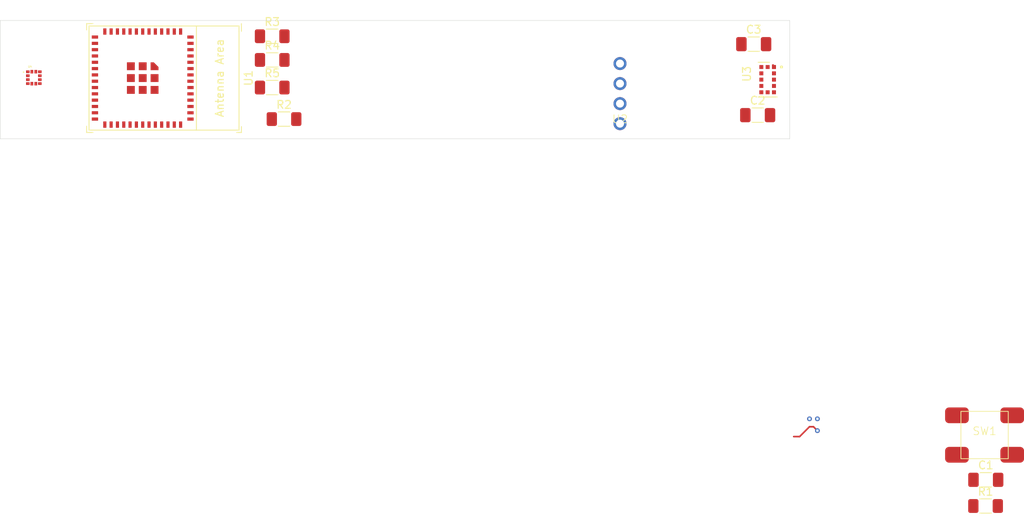
<source format=kicad_pcb>
(kicad_pcb (version 20240108) (generator "pcbnew") (generator_version "8.0")
  (layers (0 "F.Cu" signal) (1 "In1.Cu" signal) (2 "In2.Cu" signal) (31 "B.Cu" signal) (34 "B.Paste" user) (35 "F.Paste" user) (36 "B.SilkS" user "B.Silkscreen") (37 "F.SilkS" user "F.Silkscreen") (38 "B.Mask" user) (39 "F.Mask" user) (44 "Edge.Cuts" user))
  (net 0 "")
  (net 1 "/EN")
  (net 2 "/GND")
  (net 3 "/3V3")
  (net 9 "/TXD")
  (net 21 "/RXD")
  (net 36 "/3V")
  (net 37 "/VL_XSHUT")
  (net 38 "/VL_GPIO1")
  (net 39 "/VL_SDA")
  (net 40 "/VL_SCL")
  (footprint "Camera_Components:6x6x4.3 SMD button" (layer "F.Cu") (at 160.175 99.555)
    (property "Reference" "SW1" (at 0 -0.5 0) (layer "F.SilkS") (effects (font (thickness 0.1))))
    (property "Value" "SW_Push")
    (fp_rect (start -3 -3) (end 3 3) (stroke (width 0.1)) (fill none) (layer "F.SilkS"))
    (pad "1" smd roundrect (at -3.5 -2.5) (size 3 2) (layers "F.Cu" "F.Paste" "F.Mask") (net 1 "/EN"))
    (pad "1" smd roundrect (at 3.5 -2.5) (size 3 2) (layers "F.Cu" "F.Paste" "F.Mask") (net 1 "/EN"))
    (pad "2" smd roundrect (at -3.5 2.5) (size 3 2) (layers "F.Cu" "F.Paste" "F.Mask") (net 2 "/GND"))
    (pad "2" smd roundrect (at 3.5 2.5) (size 3 2) (layers "F.Cu" "F.Paste" "F.Mask") (net 2 "/GND"))
  )
  (footprint "Resistor_SMD:R_1206_3216Metric_Pad1.30x1.75mm_HandSolder" (layer "F.Cu") (at 71.45 59.5)
    (property "Reference" "R2" (at 0 -1.82 0) (layer "F.SilkS"))
    (property "Value" "R_US")
    (fp_line (start -0.727064 -0.91) (end 0.727064 -0.91) (stroke (width 0.12)) (layer "F.SilkS"))
    (fp_line (start -0.727064 0.91) (end 0.727064 0.91) (stroke (width 0.12)) (layer "F.SilkS"))
    (pad "1" smd roundrect (at -1.55 0) (size 1.3 1.75) (layers "F.Cu" "F.Paste" "F.Mask") (roundrect_rratio 0.192308) (net 36 "/3V"))
    (pad "2" smd roundrect (at 1.55 0) (size 1.3 1.75) (layers "F.Cu" "F.Paste" "F.Mask") (roundrect_rratio 0.192308) (net 37 "/VL_XSHUT"))
  )
  (footprint "Resistor_SMD:R_1206_3216Metric_Pad1.30x1.75mm_HandSolder" (layer "F.Cu") (at 160.3 108.55)
    (property "Reference" "R1" (at 0 -1.82 0) (layer "F.SilkS"))
    (property "Value" "R_US")
    (fp_line (start -0.727064 -0.91) (end 0.727064 -0.91) (stroke (width 0.12)) (layer "F.SilkS"))
    (fp_line (start -0.727064 0.91) (end 0.727064 0.91) (stroke (width 0.12)) (layer "F.SilkS"))
    (pad "1" smd roundrect (at -1.55 0) (size 1.3 1.75) (layers "F.Cu" "F.Paste" "F.Mask") (roundrect_rratio 0.192308) (net 1 "/EN"))
    (pad "2" smd roundrect (at 1.55 0) (size 1.3 1.75) (layers "F.Cu" "F.Paste" "F.Mask") (roundrect_rratio 0.192308) (net 3 "/3V3"))
  )
  (footprint "Capacitor_SMD:C_1206_3216Metric_Pad1.33x1.80mm_HandSolder" (layer "F.Cu") (at 130.9375 50)
    (property "Reference" "C3" (at 0 -1.85 0) (layer "F.SilkS"))
    (property "Value" "C")
    (fp_line (start -0.711252 -0.91) (end 0.711252 -0.91) (stroke (width 0.12)) (layer "F.SilkS"))
    (fp_line (start -0.711252 0.91) (end 0.711252 0.91) (stroke (width 0.12)) (layer "F.SilkS"))
    (pad "1" smd roundrect (at -1.5625 0) (size 1.325 1.8) (layers "F.Cu" "F.Paste" "F.Mask") (roundrect_rratio 0.188679) (net 36 "/3V"))
    (pad "2" smd roundrect (at 1.5625 0) (size 1.325 1.8) (layers "F.Cu" "F.Paste" "F.Mask") (roundrect_rratio 0.188679) (net 2 "/GND"))
  )
  (footprint "LSM303AHTR:LGA12R50P_200X200X100" (layer "F.Cu") (at 39.76 54.25)
    (property "Reference" "U4" (at -0.48909 -1.405542 0) (layer "F.SilkS") (effects (font (size 0.240539 0.240539))))
    (property "Value" "LSM303AHTR")
    (fp_circle (center -1.3 -0.7) (end -1.2 -0.7) (fill solid) (layer "F.SilkS"))
    (pad "1" smd rect (at -0.76 -0.75) (size 0.45 0.35) (layers "F.Cu" "F.Paste"))
    (pad "2" smd rect (at -0.76 -0.25) (size 0.45 0.35) (layers "F.Cu" "F.Paste"))
    (pad "3" smd rect (at -0.76 0.25) (size 0.45 0.35) (layers "F.Cu" "F.Paste"))
    (pad "4" smd rect (at -0.76 0.75) (size 0.45 0.35) (layers "F.Cu" "F.Paste"))
    (pad "5" smd rect (at -0.25 0.76) (size 0.35 0.45) (layers "F.Cu" "F.Paste"))
    (pad "6" smd rect (at 0.25 0.76) (size 0.35 0.45) (layers "F.Cu" "F.Paste"))
    (pad "7" smd rect (at 0.76 0.75) (size 0.45 0.35) (layers "F.Cu" "F.Paste"))
    (pad "8" smd rect (at 0.76 0.25) (size 0.45 0.35) (layers "F.Cu" "F.Paste"))
    (pad "9" smd rect (at 0.76 -0.25) (size 0.45 0.35) (layers "F.Cu" "F.Paste"))
    (pad "10" smd rect (at 0.76 -0.75) (size 0.45 0.35) (layers "F.Cu" "F.Paste"))
    (pad "11" smd rect (at 0.25 -0.76) (size 0.35 0.45) (layers "F.Cu" "F.Paste"))
    (pad "12" smd rect (at -0.25 -0.76) (size 0.35 0.45) (layers "F.Cu" "F.Paste"))
  )
  (footprint "Capacitor_SMD:C_1206_3216Metric_Pad1.33x1.80mm_HandSolder" (layer "F.Cu") (at 131.4375 59)
    (property "Reference" "C2" (at 0 -1.85 0) (layer "F.SilkS"))
    (property "Value" "C")
    (fp_line (start -0.711252 -0.91) (end 0.711252 -0.91) (stroke (width 0.12)) (layer "F.SilkS"))
    (fp_line (start -0.711252 0.91) (end 0.711252 0.91) (stroke (width 0.12)) (layer "F.SilkS"))
    (pad "1" smd roundrect (at -1.5625 0) (size 1.325 1.8) (layers "F.Cu" "F.Paste" "F.Mask") (roundrect_rratio 0.188679) (net 2 "/GND"))
    (pad "2" smd roundrect (at 1.5625 0) (size 1.325 1.8) (layers "F.Cu" "F.Paste" "F.Mask") (roundrect_rratio 0.188679) (net 36 "/3V"))
  )
  (footprint "Resistor_SMD:R_1206_3216Metric_Pad1.30x1.75mm_HandSolder" (layer "F.Cu") (at 69.95 55.5)
    (property "Reference" "R5" (at 0 -1.82 0) (layer "F.SilkS"))
    (property "Value" "R_US")
    (fp_line (start -0.727064 -0.91) (end 0.727064 -0.91) (stroke (width 0.12)) (layer "F.SilkS"))
    (fp_line (start -0.727064 0.91) (end 0.727064 0.91) (stroke (width 0.12)) (layer "F.SilkS"))
    (pad "1" smd roundrect (at -1.55 0) (size 1.3 1.75) (layers "F.Cu" "F.Paste" "F.Mask") (roundrect_rratio 0.192308) (net 36 "/3V"))
    (pad "2" smd roundrect (at 1.55 0) (size 1.3 1.75) (layers "F.Cu" "F.Paste" "F.Mask") (roundrect_rratio 0.192308) (net 40 "/VL_SCL"))
  )
  (footprint "Pin_Headers:4-pin header" (layer "F.Cu") (at 114 56.27)
    (property "Reference" "U2" (at 0 3.23 0) (layer "F.SilkS") (effects (font (thickness 0.1))))
    (property "Value" "~")
    (pad "1" thru_hole circle (at 0 3.81) (size 1.65 1.65) (drill 1.016) (layers "*.Cu" "*.Mask") (net 21 "/RXD"))
    (pad "2" thru_hole circle (at 0 1.27) (size 1.65 1.65) (drill 1.016) (layers "*.Cu" "*.Mask") (net 9 "/TXD"))
    (pad "3" thru_hole circle (at 0 -1.27) (size 1.65 1.65) (drill 1.016) (layers "*.Cu" "*.Mask") (net 2 "/GND"))
    (pad "4" thru_hole circle (at 0 -3.81) (size 1.65 1.65) (drill 1.016) (layers "*.Cu" "*.Mask") (net 3 "/3V3"))
  )
  (footprint "Resistor_SMD:R_1206_3216Metric_Pad1.30x1.75mm_HandSolder" (layer "F.Cu") (at 69.95 52)
    (property "Reference" "R4" (at 0 -1.82 0) (layer "F.SilkS"))
    (property "Value" "R_US")
    (fp_line (start -0.727064 -0.91) (end 0.727064 -0.91) (stroke (width 0.12)) (layer "F.SilkS"))
    (fp_line (start -0.727064 0.91) (end 0.727064 0.91) (stroke (width 0.12)) (layer "F.SilkS"))
    (pad "1" smd roundrect (at -1.55 0) (size 1.3 1.75) (layers "F.Cu" "F.Paste" "F.Mask") (roundrect_rratio 0.192308) (net 36 "/3V"))
    (pad "2" smd roundrect (at 1.55 0) (size 1.3 1.75) (layers "F.Cu" "F.Paste" "F.Mask") (roundrect_rratio 0.192308) (net 39 "/VL_SDA"))
  )
  (footprint "PCM_Espressif:ESP32-MINI-1" (layer "F.Cu") (at 53.55 54.3 -90)
    (property "Reference" "U1" (at 0 -13.4 90) (layer "F.SilkS"))
    (property "Value" "ESP32-MINI-1")
    (fp_line (start -6.9 7.1) (end -6.1 7.1) (stroke (width 0.12)) (layer "F.SilkS"))
    (fp_line (start 6.9 7.1) (end 6.1 7.1) (stroke (width 0.12)) (layer "F.SilkS"))
    (fp_line (start -6.6 6.8) (end -6.6 -12.2) (stroke (width 0.12)) (layer "F.SilkS"))
    (fp_line (start 6.6 6.8) (end -6.6 6.8) (stroke (width 0.12)) (layer "F.SilkS"))
    (fp_line (start -6.9 6.3) (end -6.9 7.1) (stroke (width 0.12)) (layer "F.SilkS"))
    (fp_line (start 6.9 6.3) (end 6.9 7.1) (stroke (width 0.12)) (layer "F.SilkS"))
    (fp_line (start -6.6 -6.8) (end 6.6 -6.8) (stroke (width 0.12)) (layer "F.SilkS"))
    (fp_line (start -6.6 -12.2) (end 6.6 -12.2) (stroke (width 0.12)) (layer "F.SilkS"))
    (fp_line (start 6.6 -12.2) (end 6.6 6.8) (stroke (width 0.12)) (layer "F.SilkS"))
    (fp_line (start -5.925 -12.5) (end -6.9 -12.5) (stroke (width 0.12)) (layer "F.SilkS"))
    (fp_line (start 6.15 -12.5) (end 6.9 -12.5) (stroke (width 0.12)) (layer "F.SilkS"))
    (fp_line (start 6.9 -12.5) (end 6.9 -11.9) (stroke (width 0.12)) (layer "F.SilkS"))
    (fp_text user "Antenna Area" (at 0 -9.75 90) (layer "F.SilkS"))
    (pad "1" smd rect (at -5.9 -4.8) (size 0.4 0.8) (layers "F.Cu" "F.Paste" "F.Mask") (net 2 "/GND"))
    (pad "2" smd rect (at -5.9 -4) (size 0.4 0.8) (layers "F.Cu" "F.Paste" "F.Mask") (net 2 "/GND"))
    (pad "3" smd rect (at -5.9 -3.2) (size 0.4 0.8) (layers "F.Cu" "F.Paste" "F.Mask") (net 3 "/3V3"))
    (pad "4" smd rect (at -5.9 -2.4) (size 0.4 0.8) (layers "F.Cu" "F.Paste" "F.Mask"))
    (pad "5" smd rect (at -5.9 -1.6) (size 0.4 0.8) (layers "F.Cu" "F.Paste" "F.Mask"))
    (pad "6" smd rect (at -5.9 -0.8) (size 0.4 0.8) (layers "F.Cu" "F.Paste" "F.Mask"))
    (pad "7" smd rect (at -5.9 0) (size 0.4 0.8) (layers "F.Cu" "F.Paste" "F.Mask"))
    (pad "8" smd rect (at -5.9 0.8) (size 0.4 0.8) (layers "F.Cu" "F.Paste" "F.Mask") (net 1 "/EN"))
    (pad "9" smd rect (at -5.9 1.6) (size 0.4 0.8) (layers "F.Cu" "F.Paste" "F.Mask"))
    (pad "10" smd rect (at -5.9 2.4) (size 0.4 0.8) (layers "F.Cu" "F.Paste" "F.Mask"))
    (pad "11" smd rect (at -5.9 3.2) (size 0.4 0.8) (layers "F.Cu" "F.Paste" "F.Mask"))
    (pad "12" smd rect (at -5.9 4) (size 0.4 0.8) (layers "F.Cu" "F.Paste" "F.Mask"))
    (pad "13" smd rect (at -5.9 4.8) (size 0.4 0.8) (layers "F.Cu" "F.Paste" "F.Mask"))
    (pad "14" smd rect (at -5.2 6.05 270) (size 0.4 0.8) (layers "F.Cu" "F.Paste" "F.Mask"))
    (pad "15" smd rect (at -4.4 6.05 270) (size 0.4 0.8) (layers "F.Cu" "F.Paste" "F.Mask"))
    (pad "16" smd rect (at -3.6 6.05 270) (size 0.4 0.8) (layers "F.Cu" "F.Paste" "F.Mask"))
    (pad "17" smd rect (at -2.8 6.05 270) (size 0.4 0.8) (layers "F.Cu" "F.Paste" "F.Mask"))
    (pad "18" smd rect (at -2 6.05 270) (size 0.4 0.8) (layers "F.Cu" "F.Paste" "F.Mask"))
    (pad "19" smd rect (at -1.2 6.05 270) (size 0.4 0.8) (layers "F.Cu" "F.Paste" "F.Mask"))
    (pad "20" smd rect (at -0.4 6.05 270) (size 0.4 0.8) (layers "F.Cu" "F.Paste" "F.Mask"))
    (pad "21" smd rect (at 0.4 6.05 270) (size 0.4 0.8) (layers "F.Cu" "F.Paste" "F.Mask"))
    (pad "22" smd rect (at 1.2 6.05 270) (size 0.4 0.8) (layers "F.Cu" "F.Paste" "F.Mask"))
    (pad "23" smd rect (at 2 6.05 270) (size 0.4 0.8) (layers "F.Cu" "F.Paste" "F.Mask"))
    (pad "24" smd rect (at 2.8 6.05 270) (size 0.4 0.8) (layers "F.Cu" "F.Paste" "F.Mask"))
    (pad "25" smd rect (at 3.6 6.05 270) (size 0.4 0.8) (layers "F.Cu" "F.Paste" "F.Mask"))
    (pad "26" smd rect (at 4.4 6.05 270) (size 0.4 0.8) (layers "F.Cu" "F.Paste" "F.Mask"))
    (pad "27" smd rect (at 5.2 6.05 270) (size 0.4 0.8) (layers "F.Cu" "F.Paste" "F.Mask") (net 2 "/GND"))
    (pad "28" smd rect (at 5.9 4.8) (size 0.4 0.8) (layers "F.Cu" "F.Paste" "F.Mask"))
    (pad "29" smd rect (at 5.9 4) (size 0.4 0.8) (layers "F.Cu" "F.Paste" "F.Mask"))
    (pad "30" smd rect (at 5.9 3.2) (size 0.4 0.8) (layers "F.Cu" "F.Paste" "F.Mask"))
    (pad "31" smd rect (at 5.9 2.4) (size 0.4 0.8) (layers "F.Cu" "F.Paste" "F.Mask"))
    (pad "32" smd rect (at 5.9 1.6) (size 0.4 0.8) (layers "F.Cu" "F.Paste" "F.Mask"))
    (pad "33" smd rect (at 5.9 0.8) (size 0.4 0.8) (layers "F.Cu" "F.Paste" "F.Mask"))
    (pad "34" smd rect (at 5.9 0) (size 0.4 0.8) (layers "F.Cu" "F.Paste" "F.Mask"))
    (pad "35" smd rect (at 5.9 -0.8) (size 0.4 0.8) (layers "F.Cu" "F.Paste" "F.Mask") (net 21 "/RXD"))
    (pad "36" smd rect (at 5.9 -1.6) (size 0.4 0.8) (layers "F.Cu" "F.Paste" "F.Mask") (net 9 "/TXD"))
    (pad "37" smd rect (at 5.9 -2.4) (size 0.4 0.8) (layers "F.Cu" "F.Paste" "F.Mask"))
    (pad "38" smd rect (at 5.9 -3.2) (size 0.4 0.8) (layers "F.Cu" "F.Paste" "F.Mask") (net 2 "/GND"))
    (pad "39" smd rect (at 5.9 -4) (size 0.4 0.8) (layers "F.Cu" "F.Paste" "F.Mask") (net 2 "/GND"))
    (pad "40" smd rect (at 5.9 -4.8) (size 0.4 0.8) (layers "F.Cu" "F.Paste" "F.Mask") (net 2 "/GND"))
    (pad "41" smd rect (at 5.2 -6.05 270) (size 0.4 0.8) (layers "F.Cu" "F.Paste" "F.Mask") (net 2 "/GND"))
    (pad "42" smd rect (at 4.4 -6.05 270) (size 0.4 0.8) (layers "F.Cu" "F.Paste" "F.Mask") (net 2 "/GND"))
    (pad "43" smd rect (at 3.6 -6.05 270) (size 0.4 0.8) (layers "F.Cu" "F.Paste" "F.Mask") (net 2 "/GND"))
    (pad "44" smd rect (at 2.8 -6.05 270) (size 0.4 0.8) (layers "F.Cu" "F.Paste" "F.Mask") (net 2 "/GND"))
    (pad "45" smd rect (at 2 -6.05 270) (size 0.4 0.8) (layers "F.Cu" "F.Paste" "F.Mask") (net 2 "/GND"))
    (pad "46" smd rect (at 1.2 -6.05 270) (size 0.4 0.8) (layers "F.Cu" "F.Paste" "F.Mask") (net 2 "/GND"))
    (pad "47" smd rect (at 0.4 -6.05 270) (size 0.4 0.8) (layers "F.Cu" "F.Paste" "F.Mask") (net 2 "/GND"))
    (pad "48" smd rect (at -0.4 -6.05 270) (size 0.4 0.8) (layers "F.Cu" "F.Paste" "F.Mask") (net 2 "/GND"))
    (pad "49" smd rect (at -1.2 -6.05 270) (size 0.4 0.8) (layers "F.Cu" "F.Paste" "F.Mask") (net 2 "/GND"))
    (pad "50" smd rect (at -2 -6.05 270) (size 0.4 0.8) (layers "F.Cu" "F.Paste" "F.Mask") (net 2 "/GND"))
    (pad "51" smd rect (at -2.8 -6.05 270) (size 0.4 0.8) (layers "F.Cu" "F.Paste" "F.Mask") (net 2 "/GND"))
    (pad "52" smd rect (at -3.6 -6.05 270) (size 0.4 0.8) (layers "F.Cu" "F.Paste" "F.Mask") (net 2 "/GND"))
    (pad "53" smd rect (at -4.4 -6.05 270) (size 0.4 0.8) (layers "F.Cu" "F.Paste" "F.Mask") (net 2 "/GND"))
    (pad "54" smd rect (at -5.2 -6.05 270) (size 0.4 0.8) (layers "F.Cu" "F.Paste" "F.Mask") (net 2 "/GND"))
    (pad "55" smd custom (at -1.5 -1.5) (size 0.4 0.4) (layers "F.Cu" "F.Paste" "F.Mask") (net 2 "/GND") (options (clearance outline) (anchor rect)) (primitives (gr_poly (pts (xy -0.5 0.5) (xy -0.5 -0.5) (xy -0.1 -0.5) (xy 0.5 0.1) (xy 0.5 0.5)) (width 0) (fill yes))))
    (pad "55" smd rect (at -1.5 0) (size 1 1) (layers "F.Cu" "F.Paste" "F.Mask") (net 2 "/GND"))
    (pad "55" smd rect (at -1.5 1.5) (size 1 1) (layers "F.Cu" "F.Paste" "F.Mask") (net 2 "/GND"))
    (pad "55" smd rect (at 0 -1.5) (size 1 1) (layers "F.Cu" "F.Paste" "F.Mask") (net 2 "/GND"))
    (pad "55" smd rect (at 0 0) (size 1 1) (layers "F.Cu" "F.Paste" "F.Mask") (net 2 "/GND"))
    (pad "55" smd rect (at 0 1.5) (size 1 1) (layers "F.Cu" "F.Paste" "F.Mask") (net 2 "/GND"))
    (pad "55" smd rect (at 1.5 -1.5) (size 1 1) (layers "F.Cu" "F.Paste" "F.Mask") (net 2 "/GND"))
    (pad "55" smd rect (at 1.5 0) (size 1 1) (layers "F.Cu" "F.Paste" "F.Mask") (net 2 "/GND"))
    (pad "55" smd rect (at 1.5 1.5) (size 1 1) (layers "F.Cu" "F.Paste" "F.Mask") (net 2 "/GND"))
  )
  (footprint "VL53L4CXV0DH_1:XCDR_VL53L4CXV0DH_1" (layer "F.Cu") (at 132.7 54.5 90)
    (property "Reference" "U3" (at 0.725 -2.635 90) (layer "F.SilkS"))
    (property "Value" "~")
    (fp_line (start 2.2 -1.2) (end 2.2 0.23) (stroke (width 0.127)) (layer "F.SilkS"))
    (fp_line (start -2.2 1.2) (end -2.2 -1.2) (stroke (width 0.127)) (layer "F.SilkS"))
    (fp_circle (center 1.6 1.75) (end 1.7 1.75) (stroke (width 0.2)) (fill none) (layer "F.SilkS"))
    (pad "1" smd custom (at 1.6 0.8 90) (size 0.25 0.25) (layers "F.Cu") (net 36 "/3V") (options (clearance outline) (anchor rect)) (primitives (gr_poly (pts (xy 0.33 -0.25) (xy -0.25 -0.25) (xy -0.25 0.25) (xy 0.25 0.25) (xy 0.25 0) (xy 0.33 0)) (width 0.01) (fill yes))))
    (pad "2" smd rect (at 0.8 0.8 90) (size 0.5 0.5) (layers "F.Cu" "F.Paste" "F.Mask") (net 2 "/GND"))
    (pad "3" smd rect (at 0 0.8 90) (size 0.5 0.5) (layers "F.Cu" "F.Paste" "F.Mask") (net 2 "/GND"))
    (pad "4" smd rect (at -0.8 0.8 90) (size 0.5 0.5) (layers "F.Cu" "F.Paste" "F.Mask") (net 2 "/GND"))
    (pad "5" smd rect (at -1.6 0.8 90) (size 0.5 0.5) (layers "F.Cu" "F.Paste" "F.Mask") (net 37 "/VL_XSHUT"))
    (pad "6" smd rect (at -1.6 0 90) (size 0.5 0.5) (layers "F.Cu" "F.Paste" "F.Mask") (net 2 "/GND"))
    (pad "7" smd rect (at -1.6 -0.8 90) (size 0.5 0.5) (layers "F.Cu" "F.Paste" "F.Mask") (net 38 "/VL_GPIO1"))
    (pad "8" smd rect (at -0.8 -0.8 90) (size 0.5 0.5) (layers "F.Cu" "F.Paste" "F.Mask"))
    (pad "9" smd rect (at 0 -0.8 90) (size 0.5 0.5) (layers "F.Cu" "F.Paste" "F.Mask") (net 39 "/VL_SDA"))
    (pad "10" smd rect (at 0.8 -0.8 90) (size 0.5 0.5) (layers "F.Cu" "F.Paste" "F.Mask") (net 40 "/VL_SCL"))
    (pad "11" smd rect (at 1.6 -0.8 90) (size 0.5 0.5) (layers "F.Cu" "F.Paste" "F.Mask") (net 36 "/3V"))
    (pad "12" smd rect (at 1.6 0 90) (size 0.5 0.5) (layers "F.Cu" "F.Paste" "F.Mask") (net 2 "/GND"))
  )
  (footprint "Resistor_SMD:R_1206_3216Metric_Pad1.30x1.75mm_HandSolder" (layer "F.Cu") (at 69.95 49)
    (property "Reference" "R3" (at 0 -1.82 0) (layer "F.SilkS"))
    (property "Value" "R_US")
    (fp_line (start -0.727064 -0.91) (end 0.727064 -0.91) (stroke (width 0.12)) (layer "F.SilkS"))
    (fp_line (start -0.727064 0.91) (end 0.727064 0.91) (stroke (width 0.12)) (layer "F.SilkS"))
    (pad "1" smd roundrect (at -1.55 0) (size 1.3 1.75) (layers "F.Cu" "F.Paste" "F.Mask") (roundrect_rratio 0.192308) (net 36 "/3V"))
    (pad "2" smd roundrect (at 1.55 0) (size 1.3 1.75) (layers "F.Cu" "F.Paste" "F.Mask") (roundrect_rratio 0.192308) (net 38 "/VL_GPIO1"))
  )
  (footprint "Capacitor_SMD:C_1206_3216Metric_Pad1.33x1.80mm_HandSolder" (layer "F.Cu") (at 160.33 105.23)
    (property "Reference" "C1" (at 0 -1.85 0) (layer "F.SilkS"))
    (property "Value" "C")
    (fp_line (start -0.711252 -0.91) (end 0.711252 -0.91) (stroke (width 0.12)) (layer "F.SilkS"))
    (fp_line (start -0.711252 0.91) (end 0.711252 0.91) (stroke (width 0.12)) (layer "F.SilkS"))
    (pad "1" smd roundrect (at -1.5625 0) (size 1.325 1.8) (layers "F.Cu" "F.Paste" "F.Mask") (roundrect_rratio 0.188679) (net 1 "/EN"))
    (pad "2" smd roundrect (at 1.5625 0) (size 1.325 1.8) (layers "F.Cu" "F.Paste" "F.Mask") (roundrect_rratio 0.188679) (net 2 "/GND"))
  )
  (gr_line (start 35.5 47) (end 35.5 62) (stroke (width 0.05)) (layer "Edge.Cuts"))
  (gr_line (start 135.5 62) (end 35.5 62) (stroke (width 0.05)) (layer "Edge.Cuts"))
  (gr_line (start 35.5 47) (end 135.5 47) (stroke (width 0.05)) (layer "Edge.Cuts"))
  (gr_line (start 135.5 47) (end 135.5 62) (stroke (width 0.05)) (layer "Edge.Cuts"))
  (via (at 138 97.5) (size 0.6) (drill 0.3) (layers "F.Cu" "B.Cu") (net 0))
  (via (at 139 97.5) (size 0.6) (drill 0.3) (layers "F.Cu" "B.Cu") (net 0))
  (segment (start 136.75 99.75) (end 138 98.5) (width 0.2) (layer "F.Cu") (net 2))
  (segment (start 138.5 98.5) (end 139 99) (width 0.2) (layer "F.Cu") (net 2))
  (segment (start 136 99.75) (end 136.75 99.75) (width 0.2) (layer "F.Cu") (net 2))
  (segment (start 138 98.5) (end 138.5 98.5) (width 0.2) (layer "F.Cu") (net 2))
  (via (at 139 99) (size 0.6) (drill 0.3) (layers "F.Cu" "B.Cu") (net 2))
)
</source>
